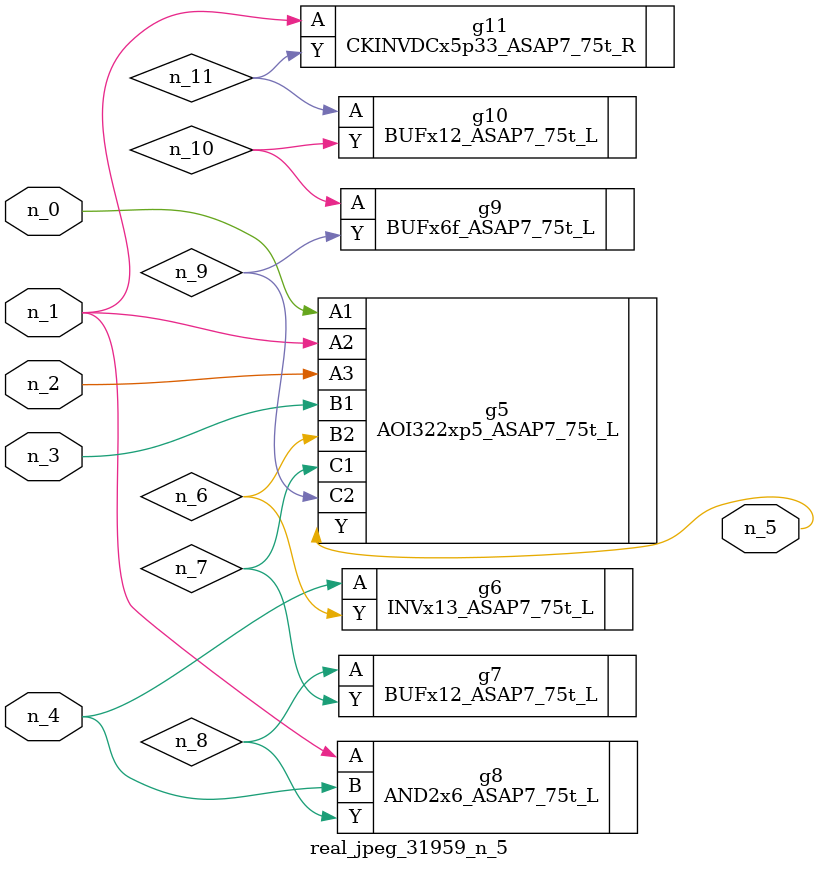
<source format=v>
module real_jpeg_31959_n_5 (n_4, n_0, n_1, n_2, n_3, n_5);

input n_4;
input n_0;
input n_1;
input n_2;
input n_3;

output n_5;

wire n_8;
wire n_11;
wire n_6;
wire n_7;
wire n_10;
wire n_9;

AOI322xp5_ASAP7_75t_L g5 ( 
.A1(n_0),
.A2(n_1),
.A3(n_2),
.B1(n_3),
.B2(n_6),
.C1(n_7),
.C2(n_9),
.Y(n_5)
);

AND2x6_ASAP7_75t_L g8 ( 
.A(n_1),
.B(n_4),
.Y(n_8)
);

CKINVDCx5p33_ASAP7_75t_R g11 ( 
.A(n_1),
.Y(n_11)
);

INVx13_ASAP7_75t_L g6 ( 
.A(n_4),
.Y(n_6)
);

BUFx12_ASAP7_75t_L g7 ( 
.A(n_8),
.Y(n_7)
);

BUFx6f_ASAP7_75t_L g9 ( 
.A(n_10),
.Y(n_9)
);

BUFx12_ASAP7_75t_L g10 ( 
.A(n_11),
.Y(n_10)
);


endmodule
</source>
